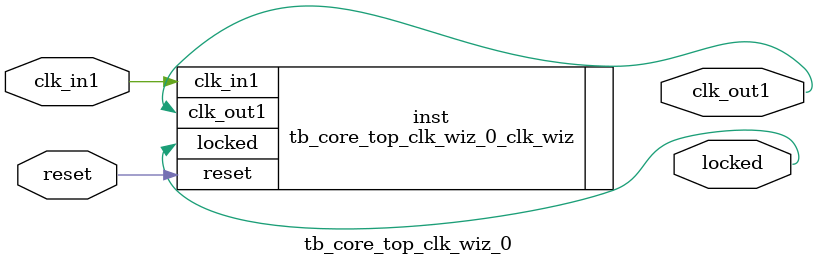
<source format=v>


`timescale 1ps/1ps

(* CORE_GENERATION_INFO = "tb_core_top_clk_wiz_0,clk_wiz_v6_0_2_0_0,{component_name=tb_core_top_clk_wiz_0,use_phase_alignment=true,use_min_o_jitter=false,use_max_i_jitter=false,use_dyn_phase_shift=false,use_inclk_switchover=false,use_dyn_reconfig=false,enable_axi=0,feedback_source=FDBK_AUTO,PRIMITIVE=MMCM,num_out_clk=1,clkin1_period=10.000,clkin2_period=10.000,use_power_down=false,use_reset=true,use_locked=true,use_inclk_stopped=false,feedback_type=SINGLE,CLOCK_MGR_TYPE=NA,manual_override=false}" *)

module tb_core_top_clk_wiz_0 
 (
  // Clock out ports
  output        clk_out1,
  // Status and control signals
  input         reset,
  output        locked,
 // Clock in ports
  input         clk_in1
 );

  tb_core_top_clk_wiz_0_clk_wiz inst
  (
  // Clock out ports  
  .clk_out1(clk_out1),
  // Status and control signals               
  .reset(reset), 
  .locked(locked),
 // Clock in ports
  .clk_in1(clk_in1)
  );

endmodule

</source>
